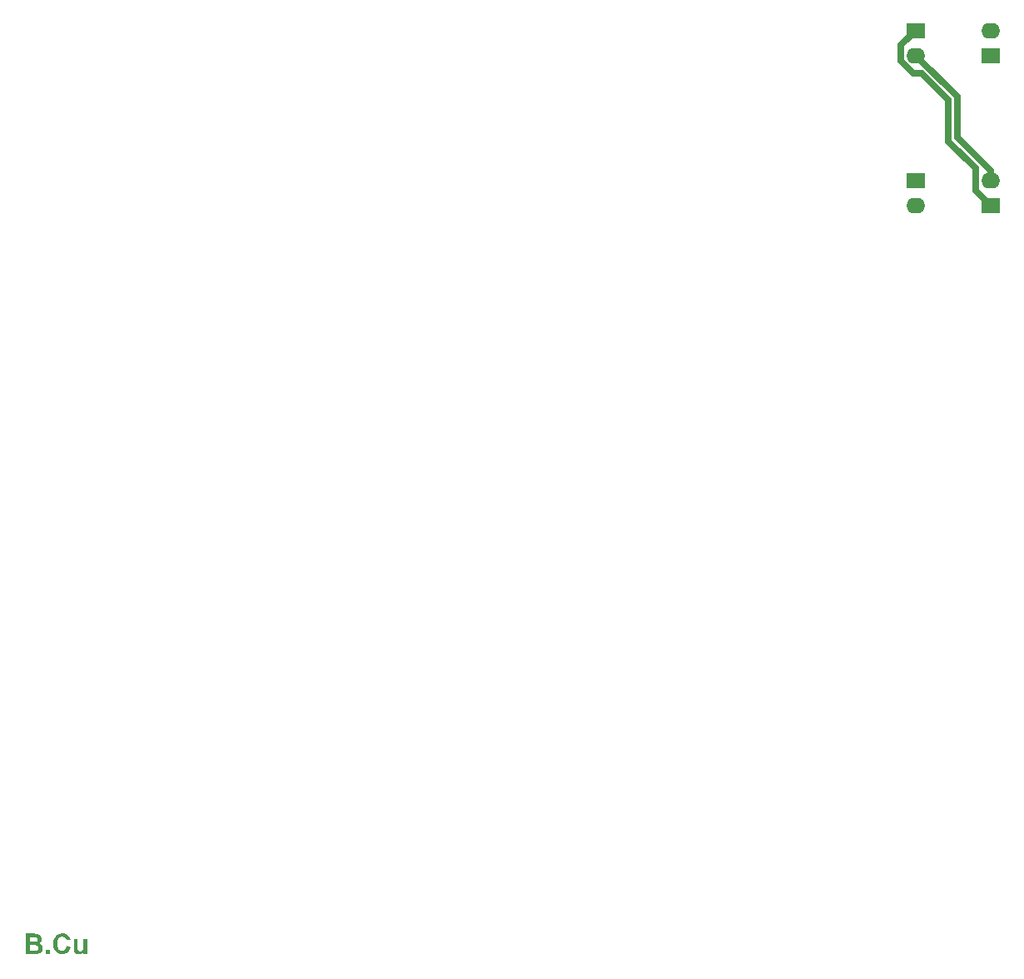
<source format=gbr>
%TF.GenerationSoftware,KiCad,Pcbnew,8.0.2-1*%
%TF.CreationDate,2024-10-07T21:25:23-07:00*%
%TF.ProjectId,TEE-CAN,5445452d-4341-44e2-9e6b-696361645f70,rev?*%
%TF.SameCoordinates,Original*%
%TF.FileFunction,Copper,L2,Bot*%
%TF.FilePolarity,Positive*%
%FSLAX46Y46*%
G04 Gerber Fmt 4.6, Leading zero omitted, Abs format (unit mm)*
G04 Created by KiCad (PCBNEW 8.0.2-1) date 2024-10-07 21:25:23*
%MOMM*%
%LPD*%
G01*
G04 APERTURE LIST*
%ADD10C,0.300000*%
%TA.AperFunction,NonConductor*%
%ADD11C,0.300000*%
%TD*%
%TA.AperFunction,ComponentPad*%
%ADD12R,1.905000X1.600200*%
%TD*%
%TA.AperFunction,ComponentPad*%
%ADD13O,1.905000X1.600200*%
%TD*%
%TA.AperFunction,Conductor*%
%ADD14C,0.635000*%
%TD*%
G04 APERTURE END LIST*
D10*
D11*
G36*
X55229608Y-170564943D02*
G01*
X55329713Y-170568526D01*
X55433122Y-170576668D01*
X55491147Y-170584790D01*
X55590960Y-170611239D01*
X55681083Y-170654978D01*
X55705053Y-170670650D01*
X55781484Y-170735898D01*
X55845755Y-170817866D01*
X55861884Y-170844356D01*
X55902694Y-170936686D01*
X55922699Y-171037863D01*
X55924915Y-171087543D01*
X55914027Y-171193628D01*
X55881364Y-171293012D01*
X55847492Y-171355546D01*
X55781678Y-171438529D01*
X55700369Y-171504344D01*
X55637556Y-171538681D01*
X55735933Y-171575475D01*
X55829125Y-171630631D01*
X55905354Y-171700811D01*
X55924915Y-171724795D01*
X55978044Y-171811502D01*
X56011496Y-171907224D01*
X56025270Y-172011961D01*
X56025664Y-172033990D01*
X56016521Y-172137911D01*
X55989093Y-172239738D01*
X55960648Y-172306460D01*
X55905257Y-172398004D01*
X55836604Y-172474613D01*
X55783469Y-172517388D01*
X55691948Y-172568057D01*
X55595056Y-172599544D01*
X55506533Y-172614663D01*
X55401078Y-172621231D01*
X55298063Y-172624434D01*
X55187535Y-172626574D01*
X55079754Y-172627931D01*
X55008246Y-172628560D01*
X54311439Y-172628560D01*
X54311439Y-172279163D01*
X54724362Y-172279163D01*
X55107010Y-172279163D01*
X55208473Y-172278388D01*
X55314657Y-172274789D01*
X55390398Y-172266756D01*
X55487771Y-172230510D01*
X55540281Y-172186355D01*
X55588765Y-172094931D01*
X55598348Y-172014635D01*
X55582602Y-171916580D01*
X55553681Y-171860781D01*
X55477957Y-171792364D01*
X55424643Y-171768469D01*
X55323410Y-171749510D01*
X55215035Y-171742047D01*
X55109085Y-171739445D01*
X55057876Y-171739187D01*
X54724362Y-171739187D01*
X54724362Y-172279163D01*
X54311439Y-172279163D01*
X54311439Y-171389791D01*
X54724362Y-171389791D01*
X54995342Y-171389791D01*
X55104528Y-171389357D01*
X55208907Y-171387593D01*
X55295108Y-171382843D01*
X55395068Y-171355546D01*
X55461866Y-171308894D01*
X55512836Y-171222756D01*
X55522911Y-171148092D01*
X55504364Y-171047119D01*
X55470303Y-170992750D01*
X55385195Y-170936528D01*
X55314960Y-170920290D01*
X55206666Y-170915303D01*
X55093114Y-170913776D01*
X54979608Y-170913348D01*
X54961594Y-170913342D01*
X54724362Y-170913342D01*
X54724362Y-171389791D01*
X54311439Y-171389791D01*
X54311439Y-170563945D01*
X55129344Y-170563945D01*
X55229608Y-170564943D01*
G37*
G36*
X56359675Y-172628560D02*
G01*
X56359675Y-172247400D01*
X56752249Y-172247400D01*
X56752249Y-172628560D01*
X56359675Y-172628560D01*
G37*
G36*
X58462008Y-171834477D02*
G01*
X58862523Y-171961530D01*
X58830695Y-172063052D01*
X58792905Y-172156067D01*
X58739689Y-172256457D01*
X58677887Y-172344599D01*
X58607502Y-172420493D01*
X58555809Y-172464284D01*
X58471529Y-172520112D01*
X58379118Y-172564389D01*
X58278576Y-172597116D01*
X58169903Y-172618292D01*
X58053100Y-172627918D01*
X58012359Y-172628560D01*
X57912757Y-172624248D01*
X57794624Y-172606732D01*
X57683567Y-172575742D01*
X57579586Y-172531279D01*
X57482681Y-172473341D01*
X57392852Y-172401930D01*
X57342352Y-172352616D01*
X57266860Y-172261440D01*
X57204163Y-172160377D01*
X57154261Y-172049426D01*
X57123553Y-171953547D01*
X57101033Y-171851340D01*
X57086702Y-171742805D01*
X57080560Y-171627942D01*
X57080305Y-171598238D01*
X57084422Y-171475217D01*
X57096776Y-171359269D01*
X57117364Y-171250392D01*
X57146189Y-171148589D01*
X57183248Y-171053857D01*
X57241154Y-170945388D01*
X57311928Y-170847969D01*
X57343841Y-170812096D01*
X57430398Y-170731457D01*
X57525049Y-170664485D01*
X57627794Y-170611181D01*
X57738633Y-170571545D01*
X57857566Y-170545576D01*
X57958540Y-170534642D01*
X58037670Y-170532182D01*
X58151623Y-170537925D01*
X58258670Y-170555155D01*
X58358810Y-170583872D01*
X58452043Y-170624075D01*
X58538370Y-170675765D01*
X58617790Y-170738942D01*
X58647625Y-170767429D01*
X58713012Y-170844728D01*
X58769715Y-170937164D01*
X58812205Y-171030463D01*
X58848045Y-171135351D01*
X58857064Y-171167448D01*
X58448111Y-171230975D01*
X58413879Y-171127775D01*
X58360997Y-171040645D01*
X58296739Y-170975379D01*
X58211715Y-170921975D01*
X58114961Y-170890739D01*
X58016825Y-170881578D01*
X57908508Y-170891690D01*
X57810860Y-170922027D01*
X57723884Y-170972588D01*
X57647577Y-171043373D01*
X57585695Y-171136832D01*
X57546051Y-171239220D01*
X57522845Y-171342292D01*
X57509585Y-171459497D01*
X57506131Y-171567963D01*
X57509536Y-171682757D01*
X57519750Y-171786743D01*
X57540996Y-171897259D01*
X57572048Y-171992212D01*
X57620669Y-172083319D01*
X57645592Y-172115880D01*
X57720565Y-172187316D01*
X57806021Y-172238342D01*
X57901963Y-172268958D01*
X58008388Y-172279163D01*
X58116215Y-172266496D01*
X58213134Y-172228494D01*
X58291776Y-172171962D01*
X58359368Y-172092942D01*
X58409013Y-172001269D01*
X58444242Y-171903436D01*
X58462008Y-171834477D01*
G37*
G36*
X60178218Y-172628560D02*
G01*
X60178218Y-172406713D01*
X60110357Y-172488486D01*
X60028118Y-172555882D01*
X59965305Y-172592826D01*
X59873067Y-172631254D01*
X59768297Y-172654984D01*
X59686880Y-172660323D01*
X59579469Y-172651040D01*
X59480574Y-172623193D01*
X59419373Y-172594315D01*
X59333810Y-172531919D01*
X59269870Y-172451994D01*
X59247653Y-172409194D01*
X59215293Y-172306716D01*
X59199735Y-172201804D01*
X59194601Y-172092217D01*
X59194549Y-172079154D01*
X59194549Y-171135685D01*
X59586627Y-171135685D01*
X59586627Y-171829018D01*
X59587377Y-171939662D01*
X59590149Y-172046871D01*
X59596714Y-172150094D01*
X59607968Y-172219111D01*
X59657563Y-172306718D01*
X59686880Y-172332764D01*
X59780349Y-172370382D01*
X59832296Y-172374453D01*
X59932932Y-172358625D01*
X60011957Y-172318371D01*
X60085833Y-172246799D01*
X60121144Y-172179407D01*
X60140102Y-172071936D01*
X60146965Y-171966309D01*
X60149968Y-171849203D01*
X60150425Y-171771943D01*
X60150425Y-171135685D01*
X60542504Y-171135685D01*
X60542504Y-172628560D01*
X60178218Y-172628560D01*
G37*
D12*
%TO.P,J4,1,Pin_1*%
%TO.N,/CAN_L*%
X152400000Y-96520000D03*
D13*
%TO.P,J4,2,Pin_2*%
%TO.N,/CAN_H*%
X152400000Y-93980000D03*
%TD*%
D12*
%TO.P,J2,1,Pin_1*%
%TO.N,/CAN_L*%
X152400000Y-81280000D03*
D13*
%TO.P,J2,2,Pin_2*%
%TO.N,/CAN_H*%
X152400000Y-78740000D03*
%TD*%
D12*
%TO.P,J3,1,Pin_1*%
%TO.N,/CAN_L*%
X144780000Y-93980000D03*
D13*
%TO.P,J3,2,Pin_2*%
%TO.N,/CAN_H*%
X144780000Y-96520000D03*
%TD*%
D12*
%TO.P,J1,1,Pin_1*%
%TO.N,/CAN_L*%
X144780000Y-78740000D03*
D13*
%TO.P,J1,2,Pin_2*%
%TO.N,/CAN_H*%
X144780000Y-81280000D03*
%TD*%
D14*
%TO.N,/CAN_L*%
X144542232Y-83058000D02*
X145377132Y-83058000D01*
X148136000Y-89970000D02*
X150876000Y-92710000D01*
X143310000Y-80210000D02*
X143310000Y-81825768D01*
X148136000Y-85816868D02*
X148136000Y-89970000D01*
X143310000Y-81825768D02*
X144542232Y-83058000D01*
X145377132Y-83058000D02*
X148136000Y-85816868D01*
X150876000Y-94996000D02*
X152400000Y-96520000D01*
X144780000Y-78740000D02*
X143310000Y-80210000D01*
X150876000Y-92710000D02*
X150876000Y-94996000D01*
%TO.N,/CAN_H*%
X149025000Y-85448632D02*
X149025000Y-89601764D01*
X149025000Y-89601764D02*
X152400000Y-92976764D01*
X144856368Y-81280000D02*
X149025000Y-85448632D01*
X144780000Y-81280000D02*
X144856368Y-81280000D01*
X152400000Y-92976764D02*
X152400000Y-93980000D01*
%TD*%
M02*

</source>
